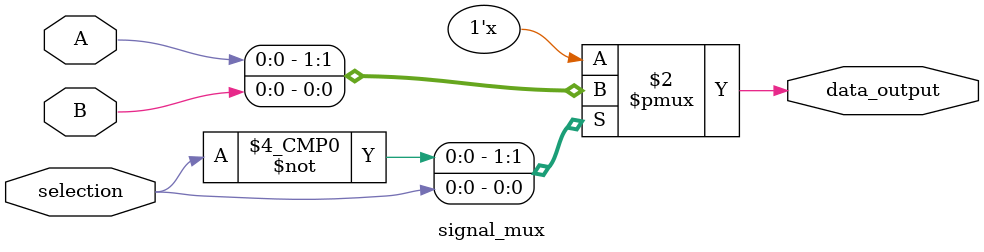
<source format=v>


module signal_mux(

input A,
input B,
input selection,
output reg data_output

);

always @(A or B or selection) 

	begin
		case(selection)
			1'b0 : data_output = A;
			1'b1 : data_output = B;
		endcase
	end

endmodule


</source>
